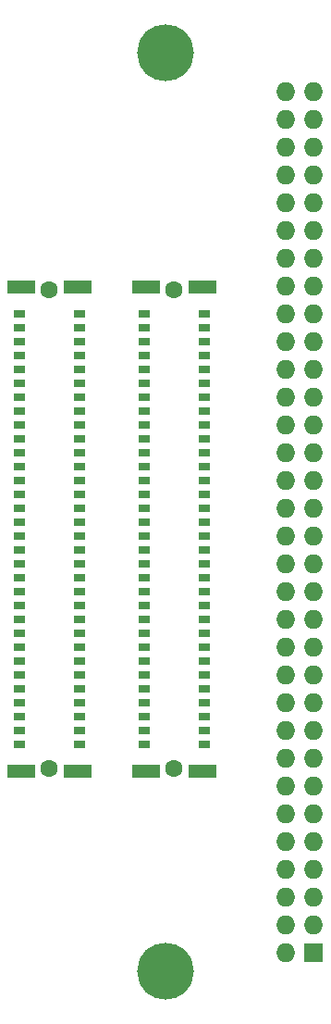
<source format=gts>
G04 #@! TF.FileFunction,Soldermask,Top*
%FSLAX46Y46*%
G04 Gerber Fmt 4.6, Leading zero omitted, Abs format (unit mm)*
G04 Created by KiCad (PCBNEW 4.0.4-stable) date 11/09/16 23:44:31*
%MOMM*%
%LPD*%
G01*
G04 APERTURE LIST*
%ADD10C,0.150000*%
%ADD11C,5.200000*%
%ADD12R,1.727200X1.727200*%
%ADD13O,1.727200X1.727200*%
%ADD14R,1.100000X0.800000*%
%ADD15R,2.500000X1.200000*%
%ADD16C,1.600000*%
G04 APERTURE END LIST*
D10*
D11*
X15000000Y-8000000D03*
D12*
X28600000Y-90280000D03*
D13*
X26060000Y-90280000D03*
X28600000Y-87740000D03*
X26060000Y-87740000D03*
X28600000Y-85200000D03*
X26060000Y-85200000D03*
X28600000Y-82660000D03*
X26060000Y-82660000D03*
X28600000Y-80120000D03*
X26060000Y-80120000D03*
X28600000Y-77580000D03*
X26060000Y-77580000D03*
X28600000Y-75040000D03*
X26060000Y-75040000D03*
X28600000Y-72500000D03*
X26060000Y-72500000D03*
X28600000Y-69960000D03*
X26060000Y-69960000D03*
X28600000Y-67420000D03*
X26060000Y-67420000D03*
X28600000Y-64880000D03*
X26060000Y-64880000D03*
X28600000Y-62340000D03*
X26060000Y-62340000D03*
X28600000Y-59800000D03*
X26060000Y-59800000D03*
X28600000Y-57260000D03*
X26060000Y-57260000D03*
X28600000Y-54720000D03*
X26060000Y-54720000D03*
X28600000Y-52180000D03*
X26060000Y-52180000D03*
X28600000Y-49640000D03*
X26060000Y-49640000D03*
X28600000Y-47100000D03*
X26060000Y-47100000D03*
X28600000Y-44560000D03*
X26060000Y-44560000D03*
X28600000Y-42020000D03*
X26060000Y-42020000D03*
X28600000Y-39480000D03*
X26060000Y-39480000D03*
X28600000Y-36940000D03*
X26060000Y-36940000D03*
X28600000Y-34400000D03*
X26060000Y-34400000D03*
X28600000Y-31860000D03*
X26060000Y-31860000D03*
X28600000Y-29320000D03*
X26060000Y-29320000D03*
X28600000Y-26780000D03*
X26060000Y-26780000D03*
X28600000Y-24240000D03*
X26060000Y-24240000D03*
X28600000Y-21700000D03*
X26060000Y-21700000D03*
X28600000Y-19160000D03*
X26060000Y-19160000D03*
X28600000Y-16620000D03*
X26060000Y-16620000D03*
X28600000Y-14080000D03*
X26060000Y-14080000D03*
X28600000Y-11540000D03*
X26060000Y-11540000D03*
D14*
X1640000Y-71290000D03*
X7140000Y-71290000D03*
X1640000Y-70020000D03*
X7140000Y-70020000D03*
X1640000Y-68750000D03*
X7140000Y-68750000D03*
X1640000Y-67480000D03*
X7140000Y-67480000D03*
X1640000Y-66210000D03*
X7140000Y-66210000D03*
X1640000Y-64940000D03*
X7140000Y-64940000D03*
X1640000Y-63670000D03*
X7140000Y-63670000D03*
X1640000Y-62400000D03*
X7140000Y-62400000D03*
X1640000Y-61130000D03*
X7140000Y-61130000D03*
X1640000Y-59860000D03*
X7140000Y-59860000D03*
X1640000Y-58590000D03*
X7140000Y-58590000D03*
X1640000Y-57320000D03*
X7140000Y-57320000D03*
X1640000Y-56050000D03*
X7140000Y-56050000D03*
X1640000Y-54780000D03*
X7140000Y-54780000D03*
X1640000Y-53510000D03*
X7140000Y-53510000D03*
X1640000Y-52240000D03*
X7140000Y-52240000D03*
X1640000Y-50970000D03*
X7140000Y-50970000D03*
X1640000Y-49700000D03*
X7140000Y-49700000D03*
X1640000Y-48430000D03*
X7140000Y-48430000D03*
X1640000Y-47160000D03*
X7140000Y-47160000D03*
X1640000Y-45890000D03*
X7140000Y-45890000D03*
X1640000Y-44620000D03*
X7140000Y-44620000D03*
X1640000Y-43350000D03*
X7140000Y-43350000D03*
X1640000Y-42080000D03*
X7140000Y-42080000D03*
X1640000Y-40810000D03*
X7140000Y-40810000D03*
X1640000Y-39540000D03*
X7140000Y-39540000D03*
X1640000Y-38270000D03*
X7140000Y-38270000D03*
X1640000Y-37000000D03*
X7140000Y-37000000D03*
X1640000Y-35730000D03*
X7140000Y-35730000D03*
X1640000Y-34460000D03*
X7140000Y-34460000D03*
X1640000Y-33190000D03*
X7140000Y-33190000D03*
X1640000Y-31920000D03*
X7140000Y-31920000D03*
D15*
X1840000Y-29410000D03*
X6940000Y-29410000D03*
X1840000Y-73700000D03*
X6940000Y-73700000D03*
D16*
X4390000Y-29710000D03*
X4390000Y-73500000D03*
D14*
X13070000Y-71290000D03*
X18570000Y-71290000D03*
X13070000Y-70020000D03*
X18570000Y-70020000D03*
X13070000Y-68750000D03*
X18570000Y-68750000D03*
X13070000Y-67480000D03*
X18570000Y-67480000D03*
X13070000Y-66210000D03*
X18570000Y-66210000D03*
X13070000Y-64940000D03*
X18570000Y-64940000D03*
X13070000Y-63670000D03*
X18570000Y-63670000D03*
X13070000Y-62400000D03*
X18570000Y-62400000D03*
X13070000Y-61130000D03*
X18570000Y-61130000D03*
X13070000Y-59860000D03*
X18570000Y-59860000D03*
X13070000Y-58590000D03*
X18570000Y-58590000D03*
X13070000Y-57320000D03*
X18570000Y-57320000D03*
X13070000Y-56050000D03*
X18570000Y-56050000D03*
X13070000Y-54780000D03*
X18570000Y-54780000D03*
X13070000Y-53510000D03*
X18570000Y-53510000D03*
X13070000Y-52240000D03*
X18570000Y-52240000D03*
X13070000Y-50970000D03*
X18570000Y-50970000D03*
X13070000Y-49700000D03*
X18570000Y-49700000D03*
X13070000Y-48430000D03*
X18570000Y-48430000D03*
X13070000Y-47160000D03*
X18570000Y-47160000D03*
X13070000Y-45890000D03*
X18570000Y-45890000D03*
X13070000Y-44620000D03*
X18570000Y-44620000D03*
X13070000Y-43350000D03*
X18570000Y-43350000D03*
X13070000Y-42080000D03*
X18570000Y-42080000D03*
X13070000Y-40810000D03*
X18570000Y-40810000D03*
X13070000Y-39540000D03*
X18570000Y-39540000D03*
X13070000Y-38270000D03*
X18570000Y-38270000D03*
X13070000Y-37000000D03*
X18570000Y-37000000D03*
X13070000Y-35730000D03*
X18570000Y-35730000D03*
X13070000Y-34460000D03*
X18570000Y-34460000D03*
X13070000Y-33190000D03*
X18570000Y-33190000D03*
X13070000Y-31920000D03*
X18570000Y-31920000D03*
D15*
X13270000Y-29410000D03*
X18370000Y-29410000D03*
X13270000Y-73700000D03*
X18370000Y-73700000D03*
D16*
X15820000Y-29710000D03*
X15820000Y-73500000D03*
D11*
X15000000Y-92000000D03*
M02*

</source>
